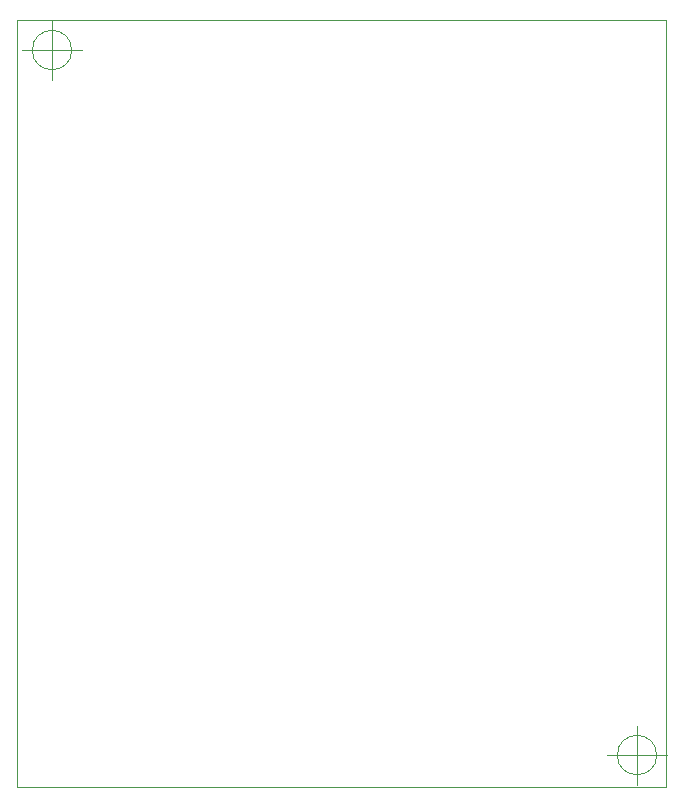
<source format=gbr>
%TF.GenerationSoftware,KiCad,Pcbnew,5.99.0+really5.1.10+dfsg1-1+b1*%
%TF.CreationDate,2021-11-04T03:31:46-03:00*%
%TF.ProjectId,PS2-MSX-F4,5053322d-4d53-4582-9d46-342e6b696361,rev?*%
%TF.SameCoordinates,Original*%
%TF.FileFunction,Profile,NP*%
%FSLAX46Y46*%
G04 Gerber Fmt 4.6, Leading zero omitted, Abs format (unit mm)*
G04 Created by KiCad (PCBNEW 5.99.0+really5.1.10+dfsg1-1+b1) date 2021-11-04 03:31:46*
%MOMM*%
%LPD*%
G01*
G04 APERTURE LIST*
%TA.AperFunction,Profile*%
%ADD10C,0.050000*%
%TD*%
G04 APERTURE END LIST*
D10*
X128666666Y-74930000D02*
G75*
G03*
X128666666Y-74930000I-1666666J0D01*
G01*
X124500000Y-74930000D02*
X129500000Y-74930000D01*
X127000000Y-72430000D02*
X127000000Y-77430000D01*
X178196666Y-134620000D02*
G75*
G03*
X178196666Y-134620000I-1666666J0D01*
G01*
X174030000Y-134620000D02*
X179030000Y-134620000D01*
X176530000Y-132120000D02*
X176530000Y-137120000D01*
X179000000Y-137365000D02*
X179000000Y-72365000D01*
X124000000Y-137365000D02*
X179000000Y-137365000D01*
X124000000Y-72365000D02*
X124000000Y-137365000D01*
X179000000Y-72365000D02*
X124000000Y-72365000D01*
M02*

</source>
